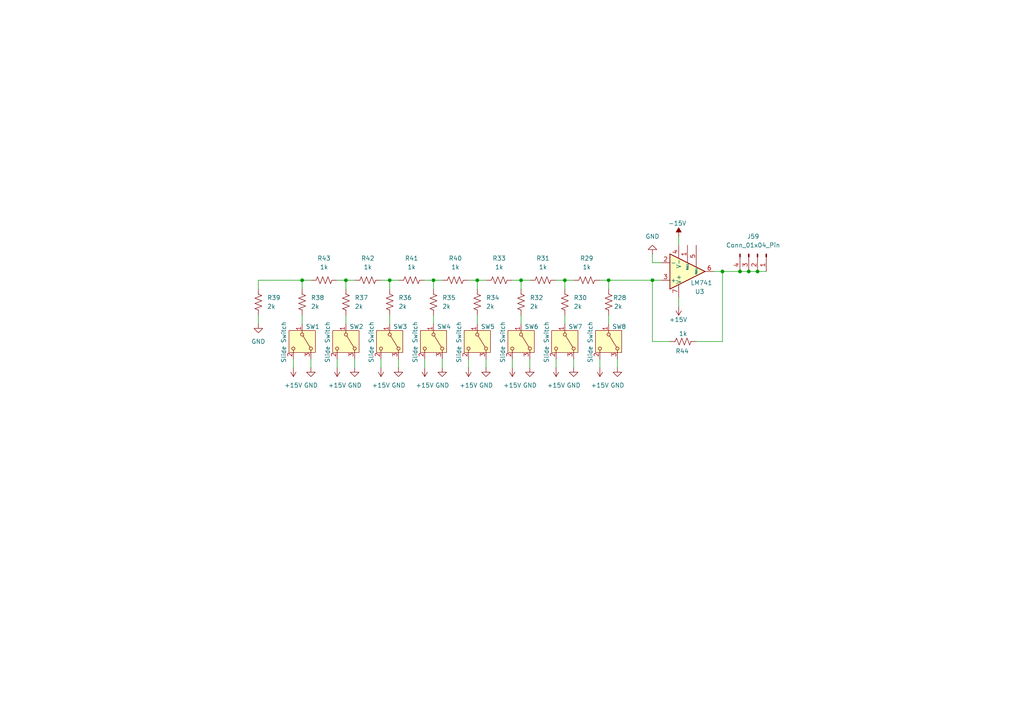
<source format=kicad_sch>
(kicad_sch (version 20250114) (generator "eeschema") (generator_version "9.0")
  (paper "A4")
  (lib_symbols
    (symbol "Amplifier_Operational:LM741" (pin_names (offset 0.127))
      (property "Reference" "U" (at 0 6.35 0))
      (property "Value" "LM741" (at 0 3.81 0))
      (symbol "LM741_0_1"
        (polyline (pts (xy -5.08 5.08) (xy 5.08 0) (xy -5.08 -5.08) (xy -5.08 5.08)) (stroke (width 0.254)) (fill (type background)))
      )
      (symbol "LM741_1_1"
        (pin input line (at -7.62 2.54 0) (length 2.54) (name "+") (number "3"))
        (pin input line (at -7.62 -2.54 0) (length 2.54) (name "-") (number "2"))
        (pin power_in line (at -2.54 7.62 270) (length 3.81) (name "V+") (number "7"))
        (pin power_in line (at -2.54 -7.62 90) (length 3.81) (name "V-") (number "4"))
        (pin no_connect line (at 0 2.54 270) (length 2.54) (hide yes) (name "NC") (number "8"))
        (pin input line (at 0 -7.62 90) (length 5.08) (name "NULL") (number "1"))
        (pin input line (at 2.54 -7.62 90) (length 6.35) (name "NULL") (number "5"))
        (pin output line (at 7.62 0 180) (length 2.54) (name "~") (number "6"))
      )
    )
    (symbol "Connector:Conn_01x04_Pin" (pin_names (offset 1.016) (hide yes))
      (property "Reference" "J" (at 0 5.08 0))
      (property "Value" "Conn_01x04_Pin" (at 0 -7.62 0))
      (symbol "Conn_01x04_Pin_1_1"
        (rectangle (start 0.8636 2.667) (end 0 2.413) (stroke (width 0.1524)) (fill (type outline)))
        (rectangle (start 0.8636 0.127) (end 0 -0.127) (stroke (width 0.1524)) (fill (type outline)))
        (rectangle (start 0.8636 -2.413) (end 0 -2.667) (stroke (width 0.1524)) (fill (type outline)))
        (rectangle (start 0.8636 -4.953) (end 0 -5.207) (stroke (width 0.1524)) (fill (type outline)))
        (polyline (pts (xy 1.27 2.54) (xy 0.8636 2.54)) (stroke (width 0.1524)))
        (polyline (pts (xy 1.27 0) (xy 0.8636 0)) (stroke (width 0.1524)))
        (polyline (pts (xy 1.27 -2.54) (xy 0.8636 -2.54)) (stroke (width 0.1524)))
        (polyline (pts (xy 1.27 -5.08) (xy 0.8636 -5.08)) (stroke (width 0.1524)))
        (pin passive line (at 5.08 2.54 180) (length 3.81) (name "Pin_1") (number "1"))
        (pin passive line (at 5.08 0 180) (length 3.81) (name "Pin_2") (number "2"))
        (pin passive line (at 5.08 -2.54 180) (length 3.81) (name "Pin_3") (number "3"))
        (pin passive line (at 5.08 -5.08 180) (length 3.81) (name "Pin_4") (number "4"))
      )
    )
    (symbol "Device:R_US" (pin_numbers (hide yes)) (pin_names (offset 0))
      (property "Reference" "R" (at 2.54 0 90))
      (property "Value" "R_US" (at -2.54 0 90))
      (symbol "R_US_0_1"
        (polyline (pts (xy 0 2.286) (xy 0 2.54)))
        (polyline (pts (xy 0 2.286) (xy 1.016 1.905) (xy 0 1.524) (xy -1.016 1.143) (xy 0 0.762)))
        (polyline (pts (xy 0 0.762) (xy 1.016 0.381) (xy 0 0) (xy -1.016 -0.381) (xy 0 -0.762)))
        (polyline (pts (xy 0 -0.762) (xy 1.016 -1.143) (xy 0 -1.524) (xy -1.016 -1.905) (xy 0 -2.286)))
        (polyline (pts (xy 0 -2.286) (xy 0 -2.54)))
      )
      (symbol "R_US_1_1"
        (pin passive line (at 0 3.81 270) (length 1.27) (name "~") (number "1"))
        (pin passive line (at 0 -3.81 90) (length 1.27) (name "~") (number "2"))
      )
    )
    (symbol "Switch:SW_Wuerth_450301014042" (pin_names (offset 1) (hide yes))
      (property "Reference" "SW" (at 0 5.08 0))
      (property "Value" "SW_Wuerth_450301014042" (at 0 -5.08 0))
      (symbol "SW_Wuerth_450301014042_0_1"
        (circle (center -2.032 0) (radius 0.4572))
        (polyline (pts (xy -1.651 0.254) (xy 1.651 2.286)))
        (circle (center 2.032 2.54) (radius 0.4572))
        (circle (center 2.032 -2.54) (radius 0.4572))
      )
      (symbol "SW_Wuerth_450301014042_1_1"
        (rectangle (start -3.175 3.81) (end 3.175 -3.81) (fill (type background)))
        (pin passive line (at -5.08 0 0) (length 2.54) (name "B") (number "1"))
        (pin passive line (at 5.08 2.54 180) (length 2.54) (name "A") (number "3"))
        (pin passive line (at 5.08 -2.54 180) (length 2.54) (name "C") (number "2"))
      )
    )
    (symbol "power:+15V" (power) (pin_numbers (hide yes)) (pin_names (offset 0) (hide yes))
      (property "Value" "+15V" (at 0 3.556 0))
      (symbol "+15V_0_1"
        (polyline (pts (xy -0.762 1.27) (xy 0 2.54)))
        (polyline (pts (xy 0 2.54) (xy 0.762 1.27)))
        (polyline (pts (xy 0 0) (xy 0 2.54)))
      )
      (symbol "+15V_1_1"
        (pin power_in line (at 0 0 90) (length 0) (name "~") (number "1"))
      )
    )
    (symbol "power:-15V" (power) (pin_numbers (hide yes)) (pin_names (offset 0) (hide yes))
      (property "Value" "-15V" (at 0 3.556 0))
      (symbol "-15V_0_0"
        (pin power_in line (at 0 0 90) (length 0) (name "~") (number "1"))
      )
      (symbol "-15V_0_1"
        (polyline (pts (xy 0 0) (xy 0 1.27) (xy 0.762 1.27) (xy 0 2.54) (xy -0.762 1.27) (xy 0 1.27)) (fill (type outline)))
      )
    )
    (symbol "power:GND" (power) (pin_numbers (hide yes)) (pin_names (offset 0) (hide yes))
      (property "Value" "GND" (at 0 -3.81 0))
      (symbol "GND_0_1"
        (polyline (pts (xy 0 0) (xy 0 -1.27) (xy 1.27 -1.27) (xy 0 -2.54) (xy -1.27 -1.27) (xy 0 -1.27)))
      )
      (symbol "GND_1_1"
        (pin power_in line (at 0 0 270) (length 0) (name "~") (number "1"))
      )
    )
  )
  (junction (at 163.83 81.28))
  (junction (at 87.63 81.28))
  (junction (at 209.55 78.74))
  (junction (at 138.43 81.28))
  (junction (at 189.23 81.28))
  (junction (at 214.63 78.74))
  (junction (at 100.33 81.28))
  (junction (at 113.03 81.28))
  (junction (at 219.71 78.74))
  (junction (at 217.17 78.74))
  (junction (at 151.13 81.28))
  (junction (at 125.73 81.28))
  (junction (at 176.53 81.28))
  (wire (pts (xy 201.93 99.06) (xy 209.55 99.06)))
  (wire (pts (xy 138.43 91.44) (xy 138.43 93.98)))
  (wire (pts (xy 100.33 81.28) (xy 97.79 81.28)))
  (wire (pts (xy 151.13 91.44) (xy 151.13 93.98)))
  (wire (pts (xy 113.03 91.44) (xy 113.03 93.98)))
  (wire (pts (xy 87.63 81.28) (xy 87.63 83.82)))
  (wire (pts (xy 125.73 91.44) (xy 125.73 93.98)))
  (wire (pts (xy 74.93 91.44) (xy 74.93 93.98)))
  (wire (pts (xy 189.23 76.2) (xy 189.23 73.66)))
  (wire (pts (xy 191.77 76.2) (xy 189.23 76.2)))
  (wire (pts (xy 100.33 91.44) (xy 100.33 93.98)))
  (wire (pts (xy 176.53 81.28) (xy 176.53 83.82)))
  (wire (pts (xy 214.63 78.74) (xy 217.17 78.74)))
  (wire (pts (xy 125.73 81.28) (xy 125.73 83.82)))
  (wire (pts (xy 189.23 99.06) (xy 189.23 81.28)))
  (wire (pts (xy 153.67 104.14) (xy 153.67 106.68)))
  (wire (pts (xy 102.87 104.14) (xy 102.87 106.68)))
  (wire (pts (xy 166.37 104.14) (xy 166.37 106.68)))
  (wire (pts (xy 151.13 81.28) (xy 148.59 81.28)))
  (wire (pts (xy 176.53 81.28) (xy 189.23 81.28)))
  (wire (pts (xy 138.43 81.28) (xy 138.43 83.82)))
  (wire (pts (xy 123.19 104.14) (xy 123.19 106.68)))
  (wire (pts (xy 140.97 81.28) (xy 138.43 81.28)))
  (wire (pts (xy 110.49 104.14) (xy 110.49 106.68)))
  (wire (pts (xy 161.29 104.14) (xy 161.29 106.68)))
  (wire (pts (xy 173.99 104.14) (xy 173.99 106.68)))
  (wire (pts (xy 151.13 81.28) (xy 151.13 83.82)))
  (wire (pts (xy 148.59 104.14) (xy 148.59 106.68)))
  (wire (pts (xy 196.85 86.36) (xy 196.85 88.9)))
  (wire (pts (xy 163.83 81.28) (xy 163.83 83.82)))
  (wire (pts (xy 125.73 81.28) (xy 123.19 81.28)))
  (wire (pts (xy 191.77 81.28) (xy 189.23 81.28)))
  (wire (pts (xy 153.67 81.28) (xy 151.13 81.28)))
  (wire (pts (xy 209.55 78.74) (xy 207.01 78.74)))
  (wire (pts (xy 163.83 91.44) (xy 163.83 93.98)))
  (wire (pts (xy 74.93 81.28) (xy 87.63 81.28)))
  (wire (pts (xy 100.33 81.28) (xy 100.33 83.82)))
  (wire (pts (xy 87.63 91.44) (xy 87.63 93.98)))
  (wire (pts (xy 179.07 104.14) (xy 179.07 106.68)))
  (wire (pts (xy 115.57 81.28) (xy 113.03 81.28)))
  (wire (pts (xy 209.55 99.06) (xy 209.55 78.74)))
  (wire (pts (xy 74.93 81.28) (xy 74.93 83.82)))
  (wire (pts (xy 138.43 81.28) (xy 135.89 81.28)))
  (wire (pts (xy 163.83 81.28) (xy 161.29 81.28)))
  (wire (pts (xy 90.17 104.14) (xy 90.17 106.68)))
  (wire (pts (xy 85.09 104.14) (xy 85.09 106.68)))
  (wire (pts (xy 176.53 91.44) (xy 176.53 93.98)))
  (wire (pts (xy 113.03 81.28) (xy 113.03 83.82)))
  (wire (pts (xy 90.17 81.28) (xy 87.63 81.28)))
  (wire (pts (xy 113.03 81.28) (xy 110.49 81.28)))
  (wire (pts (xy 140.97 104.14) (xy 140.97 106.68)))
  (wire (pts (xy 135.89 104.14) (xy 135.89 106.68)))
  (wire (pts (xy 219.71 78.74) (xy 222.25 78.74)))
  (wire (pts (xy 176.53 81.28) (xy 173.99 81.28)))
  (wire (pts (xy 97.79 104.14) (xy 97.79 106.68)))
  (wire (pts (xy 166.37 81.28) (xy 163.83 81.28)))
  (wire (pts (xy 128.27 81.28) (xy 125.73 81.28)))
  (wire (pts (xy 102.87 81.28) (xy 100.33 81.28)))
  (wire (pts (xy 196.85 68.58) (xy 196.85 71.12)))
  (wire (pts (xy 128.27 104.14) (xy 128.27 106.68)))
  (wire (pts (xy 209.55 78.74) (xy 214.63 78.74)))
  (wire (pts (xy 115.57 104.14) (xy 115.57 106.68)))
  (wire (pts (xy 217.17 78.74) (xy 219.71 78.74)))
  (wire (pts (xy 194.31 99.06) (xy 189.23 99.06)))
  (symbol (lib_id "Device:R_US") (at 151.13 87.63 0) (unit 1)
    (property "Reference" "R32" (at 153.67 86.3599 0) (effects (justify left)))
    (property "Value" "2k" (at 153.67 88.8999 0) (effects (justify left)))
    (property "Footprint" "Resistor_THT:R_Axial_DIN0207_L6.3mm_D2.5mm_P10.16mm_Horizontal" (effects (hide yes)))
    (property "Description" "Resistor, US symbol" (effects (hide yes)))
  )
  (symbol (lib_id "Device:R_US") (at 176.53 87.63 0) (unit 1)
    (property "Reference" "R28" (at 177.8 86.36 0) (effects (justify left)))
    (property "Value" "2k" (at 178.054 88.9 0) (effects (justify left)))
    (property "Footprint" "Resistor_THT:R_Axial_DIN0207_L6.3mm_D2.5mm_P10.16mm_Horizontal" (effects (hide yes)))
    (property "Description" "Resistor, US symbol" (effects (hide yes)))
  )
  (symbol (lib_id "Device:R_US") (at 138.43 87.63 0) (unit 1)
    (property "Reference" "R34" (at 140.97 86.3599 0) (effects (justify left)))
    (property "Value" "2k" (at 140.97 88.8999 0) (effects (justify left)))
    (property "Footprint" "Resistor_THT:R_Axial_DIN0207_L6.3mm_D2.5mm_P10.16mm_Horizontal" (effects (hide yes)))
    (property "Description" "Resistor, US symbol" (effects (hide yes)))
  )
  (symbol (lib_id "Device:R_US") (at 113.03 87.63 0) (unit 1)
    (property "Reference" "R36" (at 115.57 86.3599 0) (effects (justify left)))
    (property "Value" "2k" (at 115.57 88.8999 0) (effects (justify left)))
    (property "Footprint" "Resistor_THT:R_Axial_DIN0207_L6.3mm_D2.5mm_P10.16mm_Horizontal" (effects (hide yes)))
    (property "Description" "Resistor, US symbol" (effects (hide yes)))
  )
  (symbol (lib_id "power:+15V") (at 97.79 106.68 180) (unit 1)
    (property "Reference" "#PWR027" (effects (hide yes)))
    (property "Value" "+15V" (at 97.79 111.76 0))
    (property "Description" "Power symbol creates a global label with name \"+15V\"" (effects (hide yes)))
  )
  (symbol (lib_id "power:-15V") (at 196.85 68.58 0) (unit 1)
    (property "Reference" "#PWR017" (effects (hide yes)))
    (property "Value" "-15V" (at 193.802 64.77 0) (effects (justify left)))
    (property "Description" "Power symbol creates a global label with name \"-15V\"" (effects (hide yes)))
  )
  (symbol (lib_id "power:GND") (at 128.27 106.68 0) (unit 1)
    (property "Reference" "#PWR021" (effects (hide yes)))
    (property "Value" "GND" (at 128.27 111.76 0))
    (property "Description" "Power symbol creates a global label with name \"GND\" , ground" (effects (hide yes)))
  )
  (symbol (lib_id "Switch:SW_Wuerth_450301014042") (at 138.43 99.06 270) (unit 1)
    (property "Reference" "SW5" (at 139.446 94.742 90) (effects (justify left)))
    (property "Value" "Slide Switch" (at 133.096 93.218 0) (effects (justify left)))
    (property "Footprint" "Button_Switch_THT:SW_Slide-03_Wuerth-WS-SLTV_10x2.5x6.4_P2.54mm" (effects (hide yes)))
    (property "Datasheet" "https://www.we-online.com/components/products/datasheet/450301014042.pdf" (effects (hide yes)))
    (property "Description" "Switch slide, single pole double throw" (effects (hide yes)))
  )
  (symbol (lib_id "Device:R_US") (at 119.38 81.28 270) (unit 1)
    (property "Reference" "R41" (at 119.38 74.93 90))
    (property "Value" "1k" (at 119.38 77.47 90))
    (property "Footprint" "Resistor_THT:R_Axial_DIN0207_L6.3mm_D2.5mm_P10.16mm_Horizontal" (effects (hide yes)))
    (property "Description" "Resistor, US symbol" (effects (hide yes)))
  )
  (symbol (lib_id "Device:R_US") (at 106.68 81.28 270) (unit 1)
    (property "Reference" "R42" (at 106.68 74.93 90))
    (property "Value" "1k" (at 106.68 77.47 90))
    (property "Footprint" "Resistor_THT:R_Axial_DIN0207_L6.3mm_D2.5mm_P10.16mm_Horizontal" (effects (hide yes)))
    (property "Description" "Resistor, US symbol" (effects (hide yes)))
  )
  (symbol (lib_id "Device:R_US") (at 93.98 81.28 270) (unit 1)
    (property "Reference" "R43" (at 93.98 74.93 90))
    (property "Value" "1k" (at 93.98 77.47 90))
    (property "Footprint" "Resistor_THT:R_Axial_DIN0207_L6.3mm_D2.5mm_P10.16mm_Horizontal" (effects (hide yes)))
    (property "Description" "Resistor, US symbol" (effects (hide yes)))
  )
  (symbol (lib_id "power:GND") (at 179.07 106.68 0) (unit 1)
    (property "Reference" "#PWR025" (effects (hide yes)))
    (property "Value" "GND" (at 179.07 111.76 0))
    (property "Description" "Power symbol creates a global label with name \"GND\" , ground" (effects (hide yes)))
  )
  (symbol (lib_id "power:GND") (at 90.17 106.68 0) (unit 1)
    (property "Reference" "#PWR018" (effects (hide yes)))
    (property "Value" "GND" (at 90.17 111.76 0))
    (property "Description" "Power symbol creates a global label with name \"GND\" , ground" (effects (hide yes)))
  )
  (symbol (lib_id "power:+15V") (at 123.19 106.68 180) (unit 1)
    (property "Reference" "#PWR029" (effects (hide yes)))
    (property "Value" "+15V" (at 123.19 111.76 0))
    (property "Description" "Power symbol creates a global label with name \"+15V\"" (effects (hide yes)))
  )
  (symbol (lib_id "Connector:Conn_01x04_Pin") (at 219.71 73.66 270) (unit 1)
    (property "Reference" "J59" (at 218.44 68.58 90))
    (property "Value" "Conn_01x04_Pin" (at 218.44 71.12 90))
    (property "Footprint" "Connector_PinHeader_2.54mm:PinHeader_1x04_P2.54mm_Vertical" (effects (hide yes)))
    (property "Description" "Generic connector, single row, 01x04, script generated" (effects (hide yes)))
  )
  (symbol (lib_id "power:GND") (at 140.97 106.68 0) (unit 1)
    (property "Reference" "#PWR022" (effects (hide yes)))
    (property "Value" "GND" (at 140.97 111.76 0))
    (property "Description" "Power symbol creates a global label with name \"GND\" , ground" (effects (hide yes)))
  )
  (symbol (lib_id "power:GND") (at 166.37 106.68 0) (unit 1)
    (property "Reference" "#PWR024" (effects (hide yes)))
    (property "Value" "GND" (at 166.37 111.76 0))
    (property "Description" "Power symbol creates a global label with name \"GND\" , ground" (effects (hide yes)))
  )
  (symbol (lib_id "Device:R_US") (at 170.18 81.28 270) (unit 1)
    (property "Reference" "R29" (at 170.18 74.93 90))
    (property "Value" "1k" (at 170.18 77.47 90))
    (property "Footprint" "Resistor_THT:R_Axial_DIN0207_L6.3mm_D2.5mm_P10.16mm_Horizontal" (effects (hide yes)))
    (property "Description" "Resistor, US symbol" (effects (hide yes)))
  )
  (symbol (lib_id "power:+15V") (at 196.85 88.9 180) (unit 1)
    (property "Reference" "#PWR016" (effects (hide yes)))
    (property "Value" "+15V" (at 194.056 92.71 0) (effects (justify right)))
    (property "Description" "Power symbol creates a global label with name \"+15V\"" (effects (hide yes)))
  )
  (symbol (lib_id "Switch:SW_Wuerth_450301014042") (at 100.33 99.06 270) (unit 1)
    (property "Reference" "SW2" (at 101.346 94.742 90) (effects (justify left)))
    (property "Value" "Slide Switch" (at 94.996 93.218 0) (effects (justify left)))
    (property "Footprint" "Button_Switch_THT:SW_Slide-03_Wuerth-WS-SLTV_10x2.5x6.4_P2.54mm" (effects (hide yes)))
    (property "Datasheet" "https://www.we-online.com/components/products/datasheet/450301014042.pdf" (effects (hide yes)))
    (property "Description" "Switch slide, single pole double throw" (effects (hide yes)))
  )
  (symbol (lib_id "Device:R_US") (at 87.63 87.63 0) (unit 1)
    (property "Reference" "R38" (at 90.17 86.3599 0) (effects (justify left)))
    (property "Value" "2k" (at 90.17 88.8999 0) (effects (justify left)))
    (property "Footprint" "Resistor_THT:R_Axial_DIN0207_L6.3mm_D2.5mm_P10.16mm_Horizontal" (effects (hide yes)))
    (property "Description" "Resistor, US symbol" (effects (hide yes)))
  )
  (symbol (lib_id "power:GND") (at 102.87 106.68 0) (unit 1)
    (property "Reference" "#PWR019" (effects (hide yes)))
    (property "Value" "GND" (at 102.87 111.76 0))
    (property "Description" "Power symbol creates a global label with name \"GND\" , ground" (effects (hide yes)))
  )
  (symbol (lib_id "Device:R_US") (at 74.93 87.63 0) (unit 1)
    (property "Reference" "R39" (at 77.47 86.3599 0) (effects (justify left)))
    (property "Value" "2k" (at 77.47 88.8999 0) (effects (justify left)))
    (property "Footprint" "Resistor_THT:R_Axial_DIN0207_L6.3mm_D2.5mm_P10.16mm_Horizontal" (effects (hide yes)))
    (property "Description" "Resistor, US symbol" (effects (hide yes)))
  )
  (symbol (lib_id "Device:R_US") (at 100.33 87.63 0) (unit 1)
    (property "Reference" "R37" (at 102.87 86.3599 0) (effects (justify left)))
    (property "Value" "2k" (at 102.87 88.8999 0) (effects (justify left)))
    (property "Footprint" "Resistor_THT:R_Axial_DIN0207_L6.3mm_D2.5mm_P10.16mm_Horizontal" (effects (hide yes)))
    (property "Description" "Resistor, US symbol" (effects (hide yes)))
  )
  (symbol (lib_id "power:GND") (at 153.67 106.68 0) (unit 1)
    (property "Reference" "#PWR023" (effects (hide yes)))
    (property "Value" "GND" (at 153.67 111.76 0))
    (property "Description" "Power symbol creates a global label with name \"GND\" , ground" (effects (hide yes)))
  )
  (symbol (lib_id "Switch:SW_Wuerth_450301014042") (at 113.03 99.06 270) (unit 1)
    (property "Reference" "SW3" (at 114.046 94.742 90) (effects (justify left)))
    (property "Value" "Slide Switch" (at 107.696 93.218 0) (effects (justify left)))
    (property "Footprint" "Button_Switch_THT:SW_Slide-03_Wuerth-WS-SLTV_10x2.5x6.4_P2.54mm" (effects (hide yes)))
    (property "Datasheet" "https://www.we-online.com/components/products/datasheet/450301014042.pdf" (effects (hide yes)))
    (property "Description" "Switch slide, single pole double throw" (effects (hide yes)))
  )
  (symbol (lib_id "Amplifier_Operational:LM741") (at 199.39 78.74 0) (mirror x) (unit 1)
    (property "Reference" "U3" (at 202.946 84.582 0))
    (property "Value" "LM741" (at 203.454 82.042 0))
    (property "Footprint" "Package_DIP:DIP-8_W7.62mm_Socket_LongPads" (effects (hide yes)))
    (property "Datasheet" "http://www.ti.com/lit/ds/symlink/lm741.pdf" (effects (hide yes)))
    (property "Description" "Operational Amplifier, DIP-8/TO-99-8" (effects (hide yes)))
  )
  (symbol (lib_id "power:GND") (at 74.93 93.98 0) (unit 1)
    (property "Reference" "#PWR014" (effects (hide yes)))
    (property "Value" "GND" (at 74.93 99.06 0))
    (property "Description" "Power symbol creates a global label with name \"GND\" , ground" (effects (hide yes)))
  )
  (symbol (lib_id "Device:R_US") (at 125.73 87.63 0) (unit 1)
    (property "Reference" "R35" (at 128.27 86.3599 0) (effects (justify left)))
    (property "Value" "2k" (at 128.27 88.8999 0) (effects (justify left)))
    (property "Footprint" "Resistor_THT:R_Axial_DIN0207_L6.3mm_D2.5mm_P10.16mm_Horizontal" (effects (hide yes)))
    (property "Description" "Resistor, US symbol" (effects (hide yes)))
  )
  (symbol (lib_id "Device:R_US") (at 132.08 81.28 270) (unit 1)
    (property "Reference" "R40" (at 132.08 74.93 90))
    (property "Value" "1k" (at 132.08 77.47 90))
    (property "Footprint" "Resistor_THT:R_Axial_DIN0207_L6.3mm_D2.5mm_P10.16mm_Horizontal" (effects (hide yes)))
    (property "Description" "Resistor, US symbol" (effects (hide yes)))
  )
  (symbol (lib_id "Device:R_US") (at 144.78 81.28 270) (unit 1)
    (property "Reference" "R33" (at 144.78 74.93 90))
    (property "Value" "1k" (at 144.78 77.47 90))
    (property "Footprint" "Resistor_THT:R_Axial_DIN0207_L6.3mm_D2.5mm_P10.16mm_Horizontal" (effects (hide yes)))
    (property "Description" "Resistor, US symbol" (effects (hide yes)))
  )
  (symbol (lib_id "Switch:SW_Wuerth_450301014042") (at 176.53 99.06 270) (unit 1)
    (property "Reference" "SW8" (at 177.546 94.742 90) (effects (justify left)))
    (property "Value" "Slide Switch" (at 171.196 93.218 0) (effects (justify left)))
    (property "Footprint" "Button_Switch_THT:SW_Slide-03_Wuerth-WS-SLTV_10x2.5x6.4_P2.54mm" (effects (hide yes)))
    (property "Datasheet" "https://www.we-online.com/components/products/datasheet/450301014042.pdf" (effects (hide yes)))
    (property "Description" "Switch slide, single pole double throw" (effects (hide yes)))
  )
  (symbol (lib_id "power:GND") (at 189.23 73.66 180) (unit 1)
    (property "Reference" "#PWR015" (effects (hide yes)))
    (property "Value" "GND" (at 189.23 68.58 0))
    (property "Description" "Power symbol creates a global label with name \"GND\" , ground" (effects (hide yes)))
  )
  (symbol (lib_id "Device:R_US") (at 163.83 87.63 0) (unit 1)
    (property "Reference" "R30" (at 166.37 86.3599 0) (effects (justify left)))
    (property "Value" "2k" (at 166.37 88.8999 0) (effects (justify left)))
    (property "Footprint" "Resistor_THT:R_Axial_DIN0207_L6.3mm_D2.5mm_P10.16mm_Horizontal" (effects (hide yes)))
    (property "Description" "Resistor, US symbol" (effects (hide yes)))
  )
  (symbol (lib_id "Device:R_US") (at 198.12 99.06 270) (unit 1)
    (property "Reference" "R44" (at 197.866 101.854 90))
    (property "Value" "1k" (at 198.12 96.774 90))
    (property "Footprint" "Resistor_THT:R_Axial_DIN0207_L6.3mm_D2.5mm_P10.16mm_Horizontal" (effects (hide yes)))
    (property "Description" "Resistor, US symbol" (effects (hide yes)))
  )
  (symbol (lib_id "power:+15V") (at 110.49 106.68 180) (unit 1)
    (property "Reference" "#PWR028" (effects (hide yes)))
    (property "Value" "+15V" (at 110.49 111.76 0))
    (property "Description" "Power symbol creates a global label with name \"+15V\"" (effects (hide yes)))
  )
  (symbol (lib_id "power:+15V") (at 161.29 106.68 180) (unit 1)
    (property "Reference" "#PWR032" (effects (hide yes)))
    (property "Value" "+15V" (at 161.29 111.76 0))
    (property "Description" "Power symbol creates a global label with name \"+15V\"" (effects (hide yes)))
  )
  (symbol (lib_id "Switch:SW_Wuerth_450301014042") (at 163.83 99.06 270) (unit 1)
    (property "Reference" "SW7" (at 164.846 94.742 90) (effects (justify left)))
    (property "Value" "Slide Switch" (at 158.496 93.218 0) (effects (justify left)))
    (property "Footprint" "Button_Switch_THT:SW_Slide-03_Wuerth-WS-SLTV_10x2.5x6.4_P2.54mm" (effects (hide yes)))
    (property "Datasheet" "https://www.we-online.com/components/products/datasheet/450301014042.pdf" (effects (hide yes)))
    (property "Description" "Switch slide, single pole double throw" (effects (hide yes)))
  )
  (symbol (lib_id "power:+15V") (at 173.99 106.68 180) (unit 1)
    (property "Reference" "#PWR031" (effects (hide yes)))
    (property "Value" "+15V" (at 173.99 111.76 0))
    (property "Description" "Power symbol creates a global label with name \"+15V\"" (effects (hide yes)))
  )
  (symbol (lib_id "Device:R_US") (at 157.48 81.28 270) (unit 1)
    (property "Reference" "R31" (at 157.48 74.93 90))
    (property "Value" "1k" (at 157.48 77.47 90))
    (property "Footprint" "Resistor_THT:R_Axial_DIN0207_L6.3mm_D2.5mm_P10.16mm_Horizontal" (effects (hide yes)))
    (property "Description" "Resistor, US symbol" (effects (hide yes)))
  )
  (symbol (lib_id "Switch:SW_Wuerth_450301014042") (at 151.13 99.06 270) (unit 1)
    (property "Reference" "SW6" (at 152.146 94.742 90) (effects (justify left)))
    (property "Value" "Slide Switch" (at 145.796 93.218 0) (effects (justify left)))
    (property "Footprint" "Button_Switch_THT:SW_Slide-03_Wuerth-WS-SLTV_10x2.5x6.4_P2.54mm" (effects (hide yes)))
    (property "Datasheet" "https://www.we-online.com/components/products/datasheet/450301014042.pdf" (effects (hide yes)))
    (property "Description" "Switch slide, single pole double throw" (effects (hide yes)))
  )
  (symbol (lib_id "Switch:SW_Wuerth_450301014042") (at 87.63 99.06 270) (unit 1)
    (property "Reference" "SW1" (at 88.646 94.742 90) (effects (justify left)))
    (property "Value" "Slide Switch" (at 82.296 93.218 0) (effects (justify left)))
    (property "Footprint" "Button_Switch_THT:SW_Slide-03_Wuerth-WS-SLTV_10x2.5x6.4_P2.54mm" (effects (hide yes)))
    (property "Datasheet" "https://www.we-online.com/components/products/datasheet/450301014042.pdf" (effects (hide yes)))
    (property "Description" "Switch slide, single pole double throw" (effects (hide yes)))
  )
  (symbol (lib_id "power:+15V") (at 85.09 106.68 180) (unit 1)
    (property "Reference" "#PWR026" (effects (hide yes)))
    (property "Value" "+15V" (at 85.09 111.76 0))
    (property "Description" "Power symbol creates a global label with name \"+15V\"" (effects (hide yes)))
  )
  (symbol (lib_id "Switch:SW_Wuerth_450301014042") (at 125.73 99.06 270) (unit 1)
    (property "Reference" "SW4" (at 126.746 94.742 90) (effects (justify left)))
    (property "Value" "Slide Switch" (at 120.396 93.218 0) (effects (justify left)))
    (property "Footprint" "Button_Switch_THT:SW_Slide-03_Wuerth-WS-SLTV_10x2.5x6.4_P2.54mm" (effects (hide yes)))
    (property "Datasheet" "https://www.we-online.com/components/products/datasheet/450301014042.pdf" (effects (hide yes)))
    (property "Description" "Switch slide, single pole double throw" (effects (hide yes)))
  )
  (symbol (lib_id "power:GND") (at 115.57 106.68 0) (unit 1)
    (property "Reference" "#PWR020" (effects (hide yes)))
    (property "Value" "GND" (at 115.57 111.76 0))
    (property "Description" "Power symbol creates a global label with name \"GND\" , ground" (effects (hide yes)))
  )
  (symbol (lib_id "power:+15V") (at 148.59 106.68 180) (unit 1)
    (property "Reference" "#PWR033" (effects (hide yes)))
    (property "Value" "+15V" (at 148.59 111.76 0))
    (property "Description" "Power symbol creates a global label with name \"+15V\"" (effects (hide yes)))
  )
  (symbol (lib_id "power:+15V") (at 135.89 106.68 180) (unit 1)
    (property "Reference" "#PWR030" (effects (hide yes)))
    (property "Value" "+15V" (at 135.89 111.76 0))
    (property "Description" "Power symbol creates a global label with name \"+15V\"" (effects (hide yes)))
  )
)
</source>
